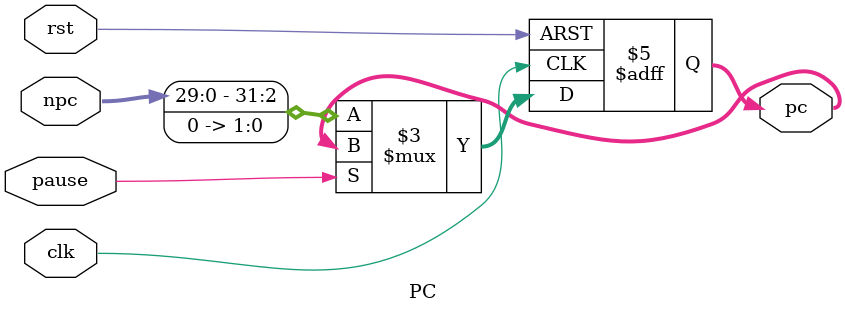
<source format=v>
`timescale 1ns / 1ps

`include "defines.vh"

module PC(
    input wire rst,
    input wire clk,
    input wire pause,

    input wire [29: 0] npc,

    output reg [31: 0] pc
);

// reg fresh_inst;

always @(posedge rst or posedge clk) begin
    if(rst) begin
        pc <= 32'h0;
        // fresh_inst <= 1'b0;
    end else if(pause) begin
        pc <= pc;
        // fresh_inst <= 1'b0;
    end else begin
        pc <= {npc, 2'h0};
        // fresh_inst <= 1'b1;
    end
end

endmodule
</source>
